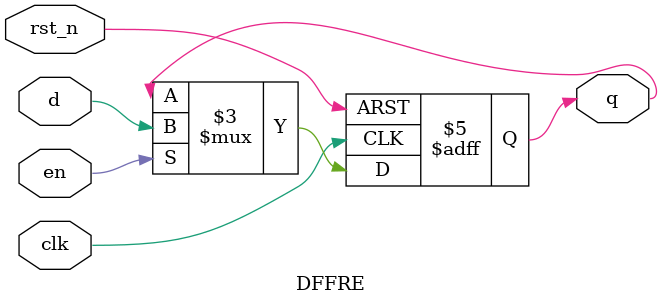
<source format=v>
/*
This Verilog module has the following features:

Parameters:
WIDTH: Specifies the width of the input d and output q ports. The default value is 1, making it a single-bit DFF by default.
RESET_VALUE: Specifies the value that the DFF will be reset to when rst_n is asserted low. The default value is 0.
Ports:
clk: The clock input.
en: The enable input. When en is high, the DFF captures the value of d on the rising edge of clk.
rst_n: The asynchronous active-low reset input. When rst_n is asserted low, the DFF is reset to the RESET_VALUE.
d: The input data port with a width of WIDTH bits.
q: The output data port with a width of WIDTH bits.
Functionality:
The DFF is triggered on the rising edge of clk.
When rst_n is asserted low, the DFF is asynchronously reset to the RESET_VALUE, regardless of the clock edge.
When en is high and rst_n is not asserted, the DFF captures the value of d on the rising edge of clk.
If en is low, the DFF holds its previous value, regardless of the clock edge.

You can instantiate this DFF module in your design and specify the desired width and reset value using the WIDTH and RESET_VALUE parameters, respectively. For example:

DFFRE #(
    .WIDTH(8),
    .RESET_VALUE(8'h00)
) U_DFFRE (
    .clk(clk),
    .en(en),
    .rst_n(rst_n),
    .d(data_in),
    .q(data_out)
);
*/

module DFFRE #(
    parameter WIDTH = 1,
    parameter RESET_VALUE = {WIDTH{1'b0}}
)(
    input clk,
    input en,
    input rst_n,
    input [WIDTH-1:0] d,
    output reg [WIDTH-1:0] q
);

always @(posedge clk or negedge rst_n) begin
    if (!rst_n) begin
        q <= RESET_VALUE;
    end else if (en) begin
        q <= d;
    end
end

endmodule

</source>
